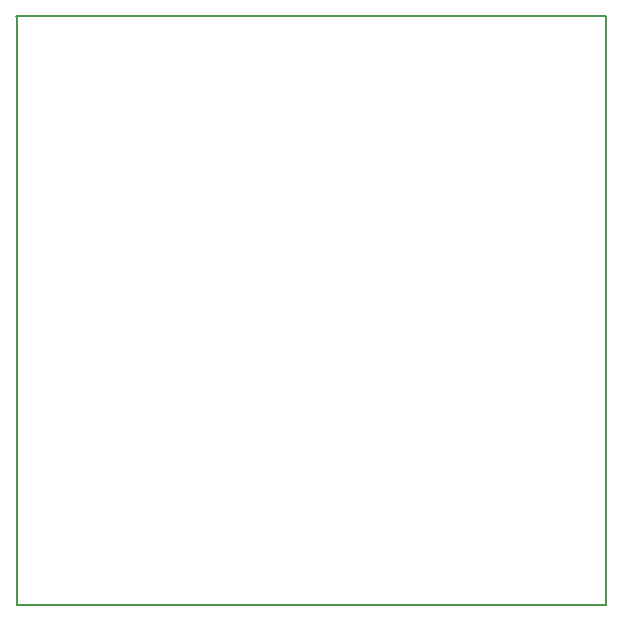
<source format=gbr>
G04 #@! TF.GenerationSoftware,KiCad,Pcbnew,5.0.2-bee76a0~70~ubuntu18.04.1*
G04 #@! TF.CreationDate,2019-05-01T22:14:47+02:00*
G04 #@! TF.ProjectId,EasyPCB_10_nrf24l01p,45617379-5043-4425-9f31-305f6e726632,rev?*
G04 #@! TF.SameCoordinates,Original*
G04 #@! TF.FileFunction,Profile,NP*
%FSLAX46Y46*%
G04 Gerber Fmt 4.6, Leading zero omitted, Abs format (unit mm)*
G04 Created by KiCad (PCBNEW 5.0.2-bee76a0~70~ubuntu18.04.1) date Wed 01 May 2019 10:14:47 PM CEST*
%MOMM*%
%LPD*%
G01*
G04 APERTURE LIST*
%ADD10C,0.150000*%
G04 APERTURE END LIST*
D10*
X124640000Y-111540000D02*
X124640000Y-61600000D01*
X174510000Y-111540000D02*
X124640000Y-111540000D01*
X174510000Y-61610000D02*
X174510000Y-111540000D01*
X124550000Y-61610000D02*
X174510000Y-61610000D01*
M02*

</source>
